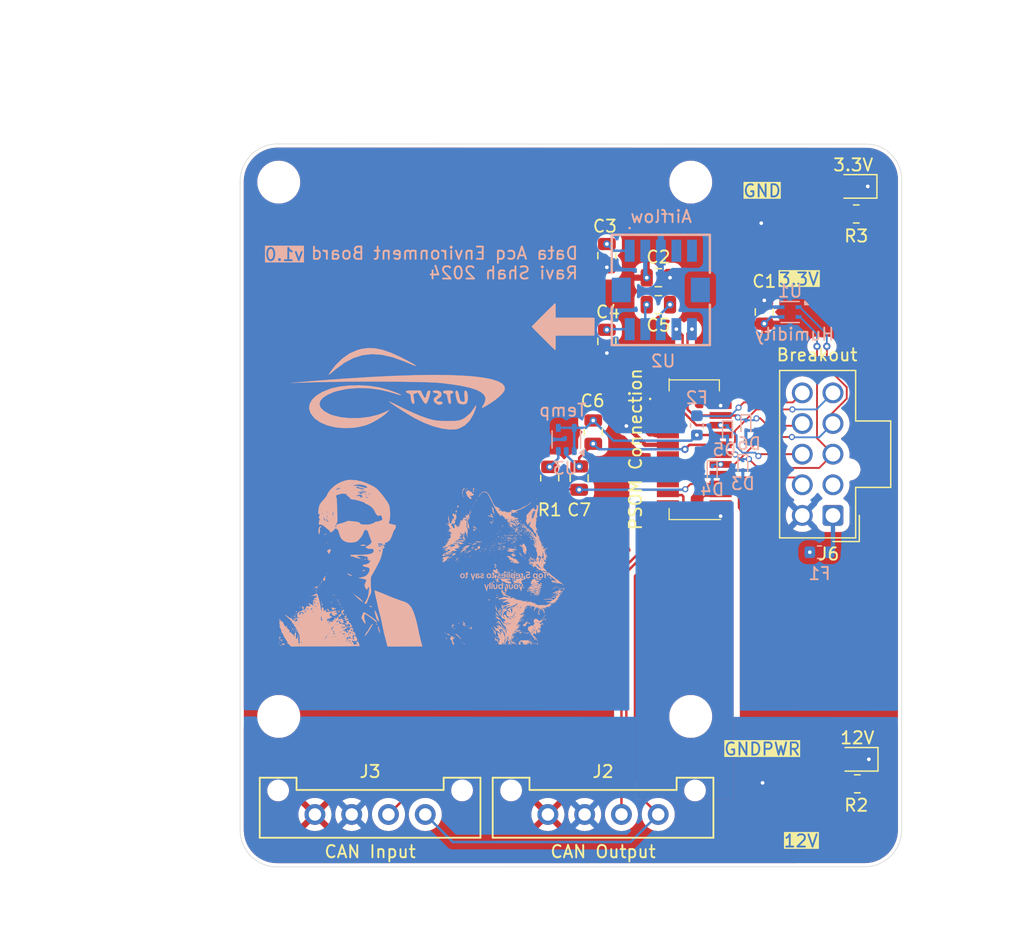
<source format=kicad_pcb>
(kicad_pcb (version 20240108) (generator "pcbnew") (generator_version "8.0")
  (layers (0 "F.Cu" signal) (31 "B.Cu" signal) (34 "B.Paste" user) (35 "F.Paste" user) (36 "B.SilkS" user "B.Silkscreen") (37 "F.SilkS" user "F.Silkscreen") (38 "B.Mask" user) (39 "F.Mask" user) (44 "Edge.Cuts" user))
  (net 0 "")
  (net 1 "+3.3V")
  (net 2 "/I2C1_SCL")
  (net 3 "/I2C1_SDA")
  (net 4 "GND")
  (net 5 "/I2C2_SCL")
  (net 6 "/I2C2_SDA")
  (net 7 "VDDA")
  (net 8 "GNDA")
  (net 9 "/CAN_H")
  (net 13 "GNDPWR")
  (net 18 "/PA1(ADC)")
  (net 21 "/CAN_L")
  (net 22 "+12V_In")
  (net 23 "Net-(D1-A)")
  (net 24 "Net-(D2-A)")
  (net 25 "/3.3-out")
  (net 26 "/VDDA-out")
  (net 27 "/AFLW_VREG")
  (net 28 "/AFLW_VCM")
  (net 29 "/AFLW_TP2")
  (net 30 "/AFLW_TP1")
  (net 32 "/TEMP_OUT")
  (footprint "Resistor_SMD:R_0805_2012Metric" (layer "F.Cu") (at 168 98.55 -90)
    (property "Reference" "R1" (at 2.6 0 0) (layer "F.SilkS"))
    (property "Value" "1k")
    (pad "1" smd roundrect (at -0.9125 0 270) (size 1.025 1.4) (layers "F.Cu" "F.Paste" "F.Mask") (roundrect_rratio 0.243902) (net 32 "/TEMP_OUT"))
    (pad "2" smd roundrect (at 0.9125 0 270) (size 1.025 1.4) (layers "F.Cu" "F.Paste" "F.Mask") (roundrect_rratio 0.243902) (net 18 "/PA1(ADC)"))
  )
  (footprint "Resistor_SMD:R_0805_2012Metric" (layer "F.Cu") (at 193.0875 123.5 180)
    (property "Reference" "R2" (at 0.0875 -1.75 0) (layer "F.SilkS") (effects (font (thickness 0.153))))
    (property "Value" "22.1k")
    (pad "1" smd roundrect (at -0.9125 0 180) (size 1.025 1.4) (layers "F.Cu" "F.Paste" "F.Mask") (roundrect_rratio 0.243902) (net 22 "+12V_In"))
    (pad "2" smd roundrect (at 0.9125 0 180) (size 1.025 1.4) (layers "F.Cu" "F.Paste" "F.Mask") (roundrect_rratio 0.243902) (net 23 "Net-(D1-A)"))
  )
  (footprint "UTSVT_Special:PeripheralSOM" (layer "F.Cu") (at 161.46226 93.01226)
    (property "Reference" "U4" (hide yes))
    (property "Value" "Daughterboard Connector" (hide yes))
    (pad "" np_thru_hole circle (at -15.56226 -18.61226) (size 3 3) (drill 3) (layers "*.Cu" "*.Mask"))
    (pad "" np_thru_hole circle (at -15.56226 24.98774) (size 3 3) (drill 3) (layers "*.Cu" "*.Mask"))
    (pad "" np_thru_hole circle (at 18.03774 -18.61226) (size 3 3) (drill 3) (layers "*.Cu" "*.Mask"))
    (pad "" np_thru_hole circle (at 18.03774 24.98774) (size 3 3) (drill 3) (layers "*.Cu" "*.Mask"))
    (pad "1" smd rect (at 16.175 -1.175 90) (size 0.55 1.8) (layers "F.Cu" "F.Paste" "F.Mask"))
    (pad "2" smd rect (at 20.475 -1.175 90) (size 0.55 1.8) (layers "F.Cu" "F.Paste" "F.Mask") (net 1 "+3.3V"))
    (pad "3" smd rect (at 16.175 -0.375 90) (size 0.55 1.8) (layers "F.Cu" "F.Paste" "F.Mask"))
    (pad "4" smd rect (at 20.475 -0.375 90) (size 0.55 1.8) (layers "F.Cu" "F.Paste" "F.Mask") (net 4 "GND"))
    (pad "5" smd rect (at 16.175 0.425 90) (size 0.55 1.8) (layers "F.Cu" "F.Paste" "F.Mask"))
    (pad "6" smd rect (at 20.475 0.425 90) (size 0.55 1.8) (layers "F.Cu" "F.Paste" "F.Mask") (net 6 "/I2C2_SDA"))
    (pad "7" smd rect (at 16.175 1.225 90) (size 0.55 1.8) (layers "F.Cu" "F.Paste" "F.Mask"))
    (pad "8" smd rect (at 20.475 1.225 90) (size 0.55 1.8) (layers "F.Cu" "F.Paste" "F.Mask") (net 5 "/I2C2_SCL"))
    (pad "9" smd rect (at 16.175 2.025 90) (size 0.55 1.8) (layers "F.Cu" "F.Paste" "F.Mask") (net 1 "+3.3V"))
    (pad "10" smd rect (at 20.475 2.025 90) (size 0.55 1.8) (layers "F.Cu" "F.Paste" "F.Mask") (net 7 "VDDA"))
    (pad "11" smd rect (at 16.175 2.825 90) (size 0.55 1.8) (layers "F.Cu" "F.Paste" "F.Mask") (net 4 "GND"))
    (pad "12" smd rect (at 20.475 2.825 90) (size 0.55 1.8) (layers "F.Cu" "F.Paste" "F.Mask") (net 8 "GNDA"))
    (pad "13" smd rect (at 16.175 3.625 90) (size 0.55 1.8) (layers "F.Cu" "F.Paste" "F.Mask"))
    (pad "14" smd rect (at 20.475 3.625 90) (size 0.55 1.8) (layers "F.Cu" "F.Paste" "F.Mask") (net 2 "/I2C1_SCL"))
    (pad "15" smd rect (at 16.175 4.425 90) (size 0.55 1.8) (layers "F.Cu" "F.Paste" "F.Mask"))
    (pad "16" smd rect (at 20.475 4.425 90) (size 0.55 1.8) (layers "F.Cu" "F.Paste" "F.Mask") (net 3 "/I2C1_SDA"))
    (pad "17" smd rect (at 16.175 5.225 90) (size 0.55 1.8) (layers "F.Cu" "F.Paste" "F.Mask"))
    (pad "18" smd rect (at 20.475 5.225 90) (size 0.55 1.8) (layers "F.Cu" "F.Paste" "F.Mask"))
    (pad "19" smd rect (at 16.175 6.025 90) (size 0.55 1.8) (layers "F.Cu" "F.Paste" "F.Mask"))
    (pad "20" smd rect (at 20.475 6.025 90) (size 0.55 1.8) (layers "F.Cu" "F.Paste" "F.Mask") (net 18 "/PA1(ADC)"))
    (pad "21" smd rect (at 16.175 6.825 90) (size 0.55 1.8) (layers "F.Cu" "F.Paste" "F.Mask") (net 21 "/CAN_L"))
    (pad "22" smd rect (at 20.475 6.825 90) (size 0.55 1.8) (layers "F.Cu" "F.Paste" "F.Mask") (net 22 "+12V_In"))
    (pad "23" smd rect (at 16.175 7.625 90) (size 0.55 1.8) (layers "F.Cu" "F.Paste" "F.Mask") (net 9 "/CAN_H"))
    (pad "24" smd rect (at 20.475 7.625 90) (size 0.55 1.8) (layers "F.Cu" "F.Paste" "F.Mask") (net 13 "GNDPWR"))
  )
  (footprint "Capacitor_SMD:C_0805_2012Metric" (layer "F.Cu") (at 170.4 98.55 90)
    (property "Reference" "C7" (at -2.6 0 0) (layer "F.SilkS"))
    (property "Value" "1uF")
    (pad "1" smd roundrect (at -0.95 0 90) (size 1 1.45) (layers "F.Cu" "F.Paste" "F.Mask") (net 18 "/PA1(ADC)"))
    (pad "2" smd roundrect (at 0.95 0 90) (size 1 1.45) (layers "F.Cu" "F.Paste" "F.Mask") (net 8 "GNDA"))
  )
  (footprint "Capacitor_SMD:C_0805_2012Metric" (layer "F.Cu") (at 172.66 87.4 -90)
    (property "Reference" "C4" (at -2.4 -0.09 180) (layer "F.SilkS"))
    (property "Value" "1uF")
    (pad "1" smd roundrect (at -0.95 0 270) (size 1 1.45) (layers "F.Cu" "F.Paste" "F.Mask") (net 28 "/AFLW_VCM"))
    (pad "2" smd roundrect (at 0.95 0 270) (size 1 1.45) (layers "F.Cu" "F.Paste" "F.Mask") (net 4 "GND"))
  )
  (footprint "Capacitor_SMD:C_0805_2012Metric" (layer "F.Cu") (at 176.86 82.2)
    (property "Reference" "C2" (at 0 -1.68 0) (layer "F.SilkS"))
    (property "Value" "0.1uF")
    (pad "1" smd roundrect (at -0.95 0) (size 1 1.45) (layers "F.Cu" "F.Paste" "F.Mask") (net 1 "+3.3V"))
    (pad "2" smd roundrect (at 0.95 0) (size 1 1.45) (layers "F.Cu" "F.Paste" "F.Mask") (net 4 "GND"))
  )
  (footprint "Connector_Molex:Molex_Nano-Fit_105310-xx10_2x05_P2.50mm_Vertical" (layer "F.Cu") (at 191.1 101.6 180)
    (property "Reference" "J6" (at 0.35 -3.15 0) (layer "F.SilkS") (effects (font (thickness 0.153))))
    (property "Value" "Breakout Connector")
    (pad "" np_thru_hole circle (at -1.34 3.75 180) (size 1.3 1.3) (drill 1.3) (layers "*.Cu" "*.Mask"))
    (pad "1" thru_hole roundrect (at 0 0 180) (size 1.7 1.7) (drill 1.2) (layers "*.Cu" "*.Mask") (roundrect_rratio 0.147059) (net 25 "/3.3-out"))
    (pad "2" thru_hole circle (at 0 2.5 180) (size 1.7 1.7) (drill 1.2) (layers "*.Cu" "*.Mask"))
    (pad "3" thru_hole circle (at 0 5 180) (size 1.7 1.7) (drill 1.2) (layers "*.Cu" "*.Mask") (net 2 "/I2C1_SCL"))
    (pad "4" thru_hole circle (at 0 7.5 180) (size 1.7 1.7) (drill 1.2) (layers "*.Cu" "*.Mask") (net 3 "/I2C1_SDA"))
    (pad "5" thru_hole circle (at 0 10 180) (size 1.7 1.7) (drill 1.2) (layers "*.Cu" "*.Mask") (net 8 "GNDA"))
    (pad "6" thru_hole circle (at 2.5 0 180) (size 1.7 1.7) (drill 1.2) (layers "*.Cu" "*.Mask") (net 4 "GND"))
    (pad "7" thru_hole circle (at 2.5 2.5 180) (size 1.7 1.7) (drill 1.2) (layers "*.Cu" "*.Mask") (net 18 "/PA1(ADC)"))
    (pad "8" thru_hole circle (at 2.5 5 180) (size 1.7 1.7) (drill 1.2) (layers "*.Cu" "*.Mask") (net 5 "/I2C2_SCL"))
    (pad "9" thru_hole circle (at 2.5 7.5 180) (size 1.7 1.7) (drill 1.2) (layers "*.Cu" "*.Mask") (net 6 "/I2C2_SDA"))
    (pad "10" thru_hole circle (at 2.5 10 180) (size 1.7 1.7) (drill 1.2) (layers "*.Cu" "*.Mask") (net 26 "/VDDA-out"))
  )
  (footprint "LED_SMD:LED_0805_2012Metric" (layer "F.Cu") (at 193 74.75 180)
    (property "Reference" "D2")
    (property "Value" "3.3V" (at 0.25 1.75 0) (layer "F.SilkS") (effects (font (thickness 0.153))))
    (pad "1" smd roundrect (at -0.9375 0 180) (size 0.975 1.4) (layers "F.Cu" "F.Paste" "F.Mask") (net 4 "GND"))
    (pad "2" smd roundrect (at 0.9375 0 180) (size 0.975 1.4) (layers "F.Cu" "F.Paste" "F.Mask") (net 24 "Net-(D2-A)"))
  )
  (footprint "UTSVT_Special:TestPoint_HEX_3mmID" (layer "F.Cu") (at 185.36 123.42 -90)
    (property "Reference" "TP2")
    (property "Value" "TestPoint")
    (pad "1" connect custom (at 0 0 270) (size 3 3) (layers "F.Cu" "F.Mask") (net 13 "GNDPWR") (options (clearance outline) (anchor circle)) (primitives (gr_poly (pts (xy 0 -1.732051) (xy 1.5 -0.866025) (xy 1.5 0.866025) (xy 0 1.732051) (xy -1.5 0.866025) (xy -1.5 -0.866025)) (width 0) (fill yes))))
  )
  (footprint "Capacitor_SMD:C_0805_2012Metric" (layer "F.Cu") (at 171.55 94.8 -90)
    (property "Reference" "C6" (at -2.55 0.05 180) (layer "F.SilkS"))
    (property "Value" "0.1uF")
    (pad "1" smd roundrect (at -0.95 0 270) (size 1 1.45) (layers "F.Cu" "F.Paste" "F.Mask") (net 7 "VDDA"))
    (pad "2" smd roundrect (at 0.95 0 270) (size 1 1.45) (layers "F.Cu" "F.Paste" "F.Mask") (net 8 "GNDA"))
  )
  (footprint "Capacitor_SMD:C_0805_2012Metric" (layer "F.Cu") (at 185.5 85 90)
    (property "Reference" "C1" (at 2.5 0 180) (layer "F.SilkS"))
    (property "Value" "0.1uF")
    (pad "1" smd roundrect (at -0.95 0 90) (size 1 1.45) (layers "F.Cu" "F.Paste" "F.Mask") (net 1 "+3.3V"))
    (pad "2" smd roundrect (at 0.95 0 90) (size 1 1.45) (layers "F.Cu" "F.Paste" "F.Mask") (net 4 "GND"))
  )
  (footprint "Resistor_SMD:R_0805_2012Metric" (layer "F.Cu") (at 193 77 180)
    (property "Reference" "R3" (at 0 -1.8 0) (layer "F.SilkS") (effects (font (thickness 0.153))))
    (property "Value" "2.2k")
    (pad "1" smd roundrect (at -0.9125 0 180) (size 1.025 1.4) (layers "F.Cu" "F.Paste" "F.Mask") (roundrect_rratio 0.243902) (net 1 "+3.3V"))
    (pad "2" smd roundrect (at 0.9125 0 180) (size 1.025 1.4) (layers "F.Cu" "F.Paste" "F.Mask") (roundrect_rratio 0.243902) (net 24 "Net-(D2-A)"))
  )
  (footprint "Capacitor_SMD:C_0805_2012Metric" (layer "F.Cu") (at 176.86 84.4 180)
    (property "Reference" "C5" (at 0 -1.68 0) (layer "F.SilkS"))
    (property "Value" "0.1uF")
    (pad "1" smd roundrect (at -0.95 0 180) (size 1 1.45) (layers "F.Cu" "F.Paste" "F.Mask") (net 30 "/AFLW_TP1"))
    (pad "2" smd roundrect (at 0.95 0 180) (size 1 1.45) (layers "F.Cu" "F.Paste" "F.Mask") (net 29 "/AFLW_TP2"))
  )
  (footprint "UTSVT_Special:TestPoint_HEX_3mmID" (layer "F.Cu") (at 185.25 77.75 -90)
    (property "Reference" "TP5")
    (property "Value" "TestPoint")
    (pad "1" connect custom (at 0 0 270) (size 3 3) (layers "F.Cu" "F.Mask") (net 4 "GND") (options (clearance outline) (anchor circle)) (primitives (gr_poly (pts (xy 0 -1.732051) (xy 1.5 -0.866025) (xy 1.5 0.866025) (xy 0 1.732051) (xy -1.5 0.866025) (xy -1.5 -0.866025)) (width 0) (fill yes))))
  )
  (footprint "UTSVT_Connectors:Molex_MicroFit3.0_1x4xP3.00mm_PolarizingPeg_Vertical" (layer "F.Cu") (at 167.85 126)
    (property "Reference" "J2" (at 4.5 -3.5 0) (layer "F.SilkS") (effects (font (thickness 0.153))))
    (property "Value" "CAN Output" (at 4.5 3.04 0) (layer "F.SilkS") (effects (font (thickness 0.153))))
    (pad "" np_thru_hole circle (at -3 -1.96) (size 1.27 1.27) (drill 1.27) (layers "*.Cu" "*.Mask"))
    (pad "" np_thru_hole circle (at 12 -1.96) (size 1.27 1.27) (drill 1.27) (layers "*.Cu" "*.Mask"))
    (pad "1" thru_hole circle (at 0 0) (size 1.7 1.7) (drill 1.02) (layers "*.Cu" "*.Mask") (net 22 "+12V_In"))
    (pad "2" thru_hole circle (at 3 0) (size 1.7 1.7) (drill 1.02) (layers "*.Cu" "*.Mask") (net 13 "GNDPWR"))
    (pad "3" thru_hole circle (at 6 0) (size 1.7 1.7) (drill 1.02) (layers "*.Cu" "*.Mask") (net 9 "/CAN_H"))
    (pad "4" thru_hole circle (at 9 0) (size 1.7 1.7) (drill 1.02) (layers "*.Cu" "*.Mask") (net 21 "/CAN_L"))
  )
  (footprint "UTSVT_Special:TestPoint_HEX_3mmID" (layer "F.Cu") (at 188.5 125.25 90)
    (property "Reference" "TP1")
    (property "Value" "TestPoint")
    (pad "1" connect custom (at 0 0 90) (size 3 3) (layers "F.Cu" "F.Mask") (net 22 "+12V_In") (options (clearance outline) (anchor circle)) (primitives (gr_poly (pts (xy 0 -1.732051) (xy 1.5 -0.866025) (xy 1.5 0.866025) (xy 0 1.732051) (xy -1.5 0.866025) (xy -1.5 -0.866025)) (width 0) (fill yes))))
  )
  (footprint "Capacitor_SMD:C_0805_2012Metric" (layer "F.Cu") (at 172.66 80.4 -90)
    (property "Reference" "C3" (at -2.4 0.16 180) (layer "F.SilkS"))
    (property "Value" "0.1uF")
    (pad "1" smd roundrect (at -0.95 0 270) (size 1 1.45) (layers "F.Cu" "F.Paste" "F.Mask") (net 27 "/AFLW_VREG"))
    (pad "2" smd roundrect (at 0.95 0 270) (size 1 1.45) (layers "F.Cu" "F.Paste" "F.Mask") (net 4 "GND"))
  )
  (footprint "UTSVT_Connectors:Molex_MicroFit3.0_1x4xP3.00mm_PolarizingPeg_Vertical" (layer "F.Cu") (at 148.85 126)
    (property "Reference" "J3" (at 4.5 -3.5 0) (layer "F.SilkS") (effects (font (thickness 0.153))))
    (property "Value" "CAN Input" (at 4.5 3.04 0) (layer "F.SilkS") (effects (font (thickness 0.153))))
    (pad "" np_thru_hole circle (at -3 -1.96) (size 1.27 1.27) (drill 1.27) (layers "*.Cu" "*.Mask"))
    (pad "" np_thru_hole circle (at 12 -1.96) (size 1.27 1.27) (drill 1.27) (layers "*.Cu" "*.Mask"))
    (pad "1" thru_hole circle (at 0 0) (size 1.7 1.7) (drill 1.02) (layers "*.Cu" "*.Mask") (net 22 "+12V_In"))
    (pad "2" thru_hole circle (at 3 0) (size 1.7 1.7) (drill 1.02) (layers "*.Cu" "*.Mask") (net 13 "GNDPWR"))
    (pad "3" thru_hole circle (at 6 0) (size 1.7 1.7) (drill 1.02) (layers "*.Cu" "*.Mask") (net 9 "/CAN_H"))
    (pad "4" thru_hole circle (at 9 0) (size 1.7 1.7) (drill 1.02) (layers "*.Cu" "*.Mask") (net 21 "/CAN_L"))
  )
  (footprint "LED_SMD:LED_0805_2012Metric" (layer "F.Cu") (at 193.0875 121.5 180)
    (property "Reference" "D1")
    (property "Value" "12V" (at 0 1.75 0) (layer "F.SilkS") (effects (font (thickness 0.153))))
    (pad "1" smd roundrect (at -0.9375 0 180) (size 0.975 1.4) (layers "F.Cu" "F.Paste" "F.Mask") (net 13 "GNDPWR"))
    (pad "2" smd roundrect (at 0.9375 0 180) (size 0.975 1.4) (layers "F.Cu" "F.Paste" "F.Mask") (net 23 "Net-(D1-A)"))
  )
  (footprint "UTSVT_Special:TestPoint_HEX_3mmID" (layer "F.Cu") (at 188.4 79.6 90)
    (property "Reference" "TP4")
    (property "Value" "TestPoint")
    (pad "1" connect custom (at 0 0 90) (size 3 3) (layers "F.Cu" "F.Mask") (net 1 "+3.3V") (options (clearance outline) (anchor circle)) (primitives (gr_poly (pts (xy 0 -1.732051) (xy 1.5 -0.866025) (xy 1.5 0.866025) (xy 0 1.732051) (xy -1.5 0.866025) (xy -1.5 -0.866025)) (width 0) (fill yes))))
  )
  (footprint "UTSVT_Special:Hallock_Image_Tiny" (layer "B.Cu") (at 152.25 105.319857 180)
    (property "Reference" "LOGO2" (hide yes))
    (property "Value" "Dr. Hallock" (hide yes))
  )
  (footprint "SamacSys_Parts:FS30001005" (layer "B.Cu") (at 177.06 83.2 -90)
    (property "Reference" "U2" (at 5.8 -0.19 180) (layer "B.SilkS") (effects (font (thickness 0.153)) (justify mirror)))
    (property "Value" "FS3000-1005" (hide yes))
    (pad "1" smd rect (at -3.2 2.54 180) (size 0.8 1.8) (layers "B.Cu" "B.Paste" "B.Mask") (net 27 "/AFLW_VREG"))
    (pad "2" smd rect (at -3.2 1.27 180) (size 0.8 1.8) (layers "B.Cu" "B.Paste" "B.Mask") (net 1 "+3.3V"))
    (pad "3" smd rect (at -3.05 0 180) (size 0.8 2.1) (layers "B.Cu" "B.Paste" "B.Mask") (net 4 "GND"))
    (pad "4" smd rect (at -3.2 -1.27 180) (size 0.8 1.8) (layers "B.Cu" "B.Paste" "B.Mask"))
    (pad "5" smd rect (at -3.2 -2.54 180) (size 0.8 1.8) (layers "B.Cu" "B.Paste" "B.Mask"))
    (pad "6" smd rect (at 3.2 -2.54 180) (size 0.8 1.8) (layers "B.Cu" "B.Paste" "B.Mask") (net 6 "/I2C2_SDA"))
    (pad "7" smd rect (at 3.2 -1.27 180) (size 0.8 1.8) (layers "B.Cu" "B.Paste" "B.Mask") (net 5 "/I2C2_SCL"))
    (pad "8" smd rect (at 3.2 0 180) (size 0.8 1.8) (layers "B.Cu" "B.Paste" "B.Mask") (net 30 "/AFLW_TP1"))
    (pad "9" smd rect (at 3.2 1.27 180) (size 0.8 1.8) (layers "B.Cu" "B.Paste" "B.Mask") (net 29 "/AFLW_TP2"))
    (pad "10" smd rect (at 3.2 2.54 180) (size 0.8 1.8) (layers "B.Cu" "B.Paste" "B.Mask") (net 28 "/AFLW_VCM"))
    (pad "MP1" smd rect (at 0 3.225 180) (size 1.55 2) (layers "B.Cu" "B.Paste" "B.Mask"))
    (pad "MP2" smd rect (at 0 -3.225 180) (size 1.55 2) (layers "B.Cu" "B.Paste" "B.Mask"))
  )
  (footprint "images:wolf" (layer "B.Cu") (at 164.25 105.75 180)
    (property "Reference" "LOGO4")
    (property "Value" "Wolf" (hide yes))
  )
  (footprint "UTSVT_Special:UTSVT_Logo_Symbol" (layer "B.Cu") (at 155.9 91.4 180)
    (property "Reference" "LOGO3" (hide yes))
    (property "Value" "UTSVT Logo" (hide yes))
  )
  (footprint "images:arrow" (layer "B.Cu") (at 169.1 86.2 90)
    (property "Reference" "LOGO1")
    (property "Value" "Arrow" (hide yes))
  )
  (footprint "Diode_SMD:D_SOD-923" (layer "B.Cu") (at 181.25 98 -90)
    (property "Reference" "D4" (at 1.5 0 180) (layer "B.SilkS") (effects (font (thickness 0.153)) (justify mirror)))
    (property "Value" "ESD9B")
    (pad "1" smd roundrect (at -0.42 0 90) (size 0.36 0.25) (layers "B.Cu" "B.Paste" "B.Mask") (net 3 "/I2C1_SDA"))
    (pad "2" smd roundrect (at 0.42 0 90) (size 0.36 0.25) (layers "B.Cu" "B.Paste" "B.Mask") (net 4 "GND"))
  )
  (footprint "Fuse:Fuse_0603_1608Metric" (layer "B.Cu") (at 180 94.25 -90)
    (property "Reference" "F2" (at -2.25 0 180) (layer "B.SilkS") (effects (font (thickness 0.153)) (justify mirror)))
    (property "Value" "250mA")
    (pad "1" smd roundrect (at -0.7875 0 270) (size 0.875 0.95) (layers "B.Cu" "B.Paste" "B.Mask") (net 26 "/VDDA-out"))
    (pad "2" smd roundrect (at 0.7875 0 270) (size 0.875 0.95) (layers "B.Cu" "B.Paste" "B.Mask") (net 7 "VDDA"))
  )
  (footprint "Diode_SMD:D_SOD-923" (layer "B.Cu") (at 182.5 94.75 -90)
    (property "Reference" "D5" (at 1.5 0.25 180) (layer "B.SilkS") (effects (font (thickness 0.153)) (justify mirror)))
    (property "Value" "ESD9B")
    (pad "1" smd roundrect (at -0.42 0 90) (size 0.36 0.25) (layers "B.Cu" "B.Paste" "B.Mask") (net 5 "/I2C2_SCL"))
    (pad "2" smd roundrect (at 0.42 0 90) (size 0.36 0.25) (layers "B.Cu" "B.Paste" "B.Mask") (net 4 "GND"))
  )
  (footprint "Fuse:Fuse_0603_1608Metric" (layer "B.Cu") (at 190 104.6)
    (property "Reference" "F1" (at 0 1.75 0) (layer "B.SilkS") (effects (font (thickness 0.153)) (justify mirror)))
    (property "Value" "250mA")
    (pad "1" smd roundrect (at -0.7875 0) (size 0.875 0.95) (layers "B.Cu" "B.Paste" "B.Mask") (net 1 "+3.3V"))
    (pad "2" smd roundrect (at 0.7875 0) (size 0.875 0.95) (layers "B.Cu" "B.Paste" "B.Mask") (net 25 "/3.3-out"))
  )
  (footprint "Sensor_Humidity:Sensirion_DFN-4_1.5x1.5mm_P0.8mm_SHT4x_NoCentralPad" (layer "B.Cu") (at 187.6 85 180)
    (property "Reference" "U1" (at 0 1.7 0) (layer "B.SilkS") (effects (justify mirror)))
    (property "Value" "SHT45")
    (pad "1" smd rect (at -0.7 0.4 180) (size 0.5 0.3) (layers "B.Cu" "B.Paste" "B.Mask") (net 3 "/I2C1_SDA"))
    (pad "2" smd rect (at -0.7 -0.4 180) (size 0.5 0.3) (layers "B.Cu" "B.Paste" "B.Mask") (net 2 "/I2C1_SCL"))
    (pad "3" smd rect (at 0.7 -0.4 180) (size 0.5 0.3) (layers "B.Cu" "B.Paste" "B.Mask") (net 1 "+3.3V"))
    (pad "4" smd rect (at 0.7 0.4 180) (size 0.5 0.3) (layers "B.Cu" "B.Paste" "B.Mask") (net 4 "GND"))
    (zone (net 0) (net_name "") (layer "B.Cu") (connect_pads (clearance 0)) (min_thickness 0.254)
      (keepout (tracks not_allowed) (vias not_allowed) (pads allowed) (copperpour not_allowed) (footprints allowed))
      (fill (thermal_gap 0.508) (thermal_bridge_width 0.508))
      (polygon (pts (xy 186.85 84.45) (xy 187.15 84.45) (xy 187.15 84.75) (xy 186.85 84.75) (xy 186.85 85.25) (xy 187.15 85.25) (xy 187.15 85.55) (xy 186.85 85.55) (xy 186.85 85.75) (xy 188.35 85.75) (xy 188.35 85.55) (xy 188.05 85.55) (xy 188.05 85.25) (xy 188.35 85.25) (xy 188.35 84.75) (xy 188.05 84.75) (xy 188.05 84.45) (xy 188.35 84.45) (xy 188.35 84.25) (xy 186.85 84.25)))
    )
  )
  (footprint "Package_TO_SOT_SMD:SOT-353_SC-70-5" (layer "B.Cu") (at 169.35 95.4 90)
    (property "Reference" "U3" (at -2.35 -0.1 0) (layer "B.SilkS") (effects (justify mirror)))
    (property "Value" "LMT87DCK")
    (pad "1" smd roundrect (at -0.95 0.65 90) (size 0.65 0.4) (layers "B.Cu" "B.Paste" "B.Mask") (net 7 "VDDA"))
    (pad "2" smd roundrect (at -0.95 0 90) (size 0.65 0.4) (layers "B.Cu" "B.Paste" "B.Mask") (net 8 "GNDA"))
    (pad "3" smd roundrect (at -0.95 -0.65 90) (size 0.65 0.4) (layers "B.Cu" "B.Paste" "B.Mask") (net 32 "/TEMP_OUT"))
    (pad "4" smd roundrect (at 0.95 -0.65 90) (size 0.65 0.4) (layers "B.Cu" "B.Paste" "B.Mask") (net 7 "VDDA"))
    (pad "5" smd roundrect (at 0.95 0.65 90) (size 0.65 0.4) (layers "B.Cu" "B.Paste" "B.Mask") (net 7 "VDDA"))
  )
  (footprint "Diode_SMD:D_SOD-923" (layer "B.Cu") (at 184 94.25 -90)
    (property "Reference" "D6" (at 1.5 -0.25 180) (layer "B.SilkS") (effects (font (thickness 0.153)) (justify mirror)))
    (property "Value" "ESD9B")
    (pad "1" smd roundrect (at -0.42 0 90) (size 0.36 0.25) (layers "B.Cu" "B.Paste" "B.Mask") (net 6 "/I2C2_SDA"))
    (pad "2" smd roundrect (at 0.42 0 90) (size 0.36 0.25) (layers "B.Cu" "B.Paste" "B.Mask") (net 4 "GND"))
  )
  (footprint "Diode_SMD:D_SOD-923" (layer "B.Cu") (at 183.75 97.5 -90)
    (property "Reference" "D3" (at 1.5 0 180) (layer "B.SilkS") (effects (justify mirror)))
    (property "Value" "ESD9B")
    (pad "1" smd roundrect (at -0.42 0 90) (size 0.36 0.25) (layers "B.Cu" "B.Paste" "B.Mask") (net 2 "/I2C1_SCL"))
    (pad "2" smd roundrect (at 0.42 0 90) (size 0.36 0.25) (layers "B.Cu" "B.Paste" "B.Mask") (net 4 "GND"))
  )
  (gr_arc (start 145.75 130.275) (mid 143.62868 129.39632) (end 142.75 127.275) (stroke (width 0.05)) (layer "Edge.Cuts"))
  (gr_line (start 142.75 127.275) (end 142.75 74.225) (stroke (width 0.05)) (layer "Edge.Cuts"))
  (gr_line (start 193.67868 130.27132) (end 145.75 130.275) (stroke (width 0.05)) (layer "Edge.Cuts"))
  (gr_arc (start 196.7 127.25) (mid 195.815076 129.386396) (end 193.67868 130.27132) (stroke (width 0.05)) (layer "Edge.Cuts"))
  (gr_line (start 196.7 74.25) (end 196.7 127.25) (stroke (width 0.05)) (layer "Edge.Cuts"))
  (gr_arc (start 142.750001 74.225) (mid 143.710868 72.115566) (end 145.87424 71.283223) (stroke (width 0.05)) (layer "Edge.Cuts"))
  (gr_line (start 145.87424 71.283223) (end 193.700068 71.301644) (stroke (width 0.05)) (layer "Edge.Cuts"))
  (gr_arc (start 193.700068 71.301644) (mid 195.839267 72.125407) (end 196.699999 74.25) (stroke (width 0.05)) (layer "Edge.Cuts"))
  (gr_text "Data Acq Environment Board\nRavi Shah 2024" (at 170.4 82.4 0) (layer "B.SilkS") (effects (font (size 1 1) (thickness 0.153)) (justify left bottom mirror)))
  (gr_text "Airflow" (at 179.689501 77.8 0) (layer "B.SilkS") (effects (font (size 1 1) (thickness 0.153)) (justify left bottom mirror)))
  (gr_text "Temp" (at 171.1 93.6 0) (layer "B.SilkS") (effects (font (size 1 1) (thickness 0.153)) (justify left bottom mirror)))
  (gr_text "v1.0" (at 148.014546 80.901167 0) (layer "B.SilkS" knockout) (effects (font (size 1 1) (thickness 0.153)) (justify left bottom mirror)))
  (gr_text "Humidity" (at 191.3 87.4 0) (layer "B.SilkS") (effects (font (size 1 1) (thickness 0.153)) (justify left bottom mirror)))
  (gr_text "12V" (at 187 128.75 0) (layer "F.SilkS" knockout) (effects (font (size 1 1) (thickness 0.153)) (justify left bottom)))
  (gr_text "3.3V" (at 186.6 82.9 0) (layer "F.SilkS" knockout) (effects (font (size 1 1) (thickness 0.153)) (justify left bottom)))
  (gr_text "PSOM Connection" (at 175 96.2 90) (layer "F.SilkS") (effects (font (size 1 1) (thickness 0.153))))
  (gr_text "GND" (at 183.7 75.7 0) (layer "F.SilkS" knockout) (effects (font (size 1 1) (thickness 0.153)) (justify left bottom)))
  (gr_text "Breakout" (at 189.8 88.5 0) (layer "F.SilkS") (effects (font (size 1 1) (thickness 0.153))))
  (gr_text "GNDPWR" (at 182.135262 121.25 0) (layer "F.SilkS" knockout) (effects (font (size 1 1) (thickness 0.153)) (justify left bottom)))
  (segment (start 177.63726 95.03726) (end 176.58726 95.03726) (width 0.35) (layer "F.Cu") (net 1))
  (segment (start 176.58726 95.03726) (end 175.8 94.25) (width 0.35) (layer "F.Cu") (net 1))
  (via (at 175.91 82.2) (size 0.6) (drill 0.3) (layers "F.Cu" "B.Cu") (net 1))
  (via (at 189.2125 104.6) (size 0.6) (drill 0.3) (layers "F.Cu" "B.Cu") (net 1))
  (via (at 185.5 85.95) (size 0.6) (drill 0.3) (layers "F.Cu" "B.Cu") (net 1))
  (segment (start 175.79 80) (end 175.79 82.08) (width 0.35) (layer "B.Cu") (net 1))
  (segment (start 175.79 82.08) (end 175.91 82.2) (width 0.35) (layer "B.Cu") (net 1))
  (segment (start 186.05 85.4) (end 185.5 85.95) (width 0.2) (layer "B.Cu") (net 1))
  (segment (start 186.9 85.4) (end 186.05 85.4) (width 0.2) (layer "B.Cu") (net 1))
  (segment (start 189.8 95.3) (end 189.8 87.8) (width 0.15) (layer "F.Cu") (net 2))
  (segment (start 181.93726 96.63726) (end 183.127813 96.63726) (width 0.15) (layer "F.Cu") (net 2))
  (segment (start 191.1 96.6) (end 189.8 95.3) (width 0.15) (layer "F.Cu") (net 2))
  (segment (start 184.975 97.725) (end 189.975 97.725) (width 0.15) (layer "F.Cu") (net 2))
  (segment (start 184.25 97) (end 184.975 97.725) (width 0.15) (layer "F.Cu") (net 2))
  (segment (start 183.127813 96.63726) (end 183.136305 96.628768) (width 0.15) (layer "F.Cu") (net 2))
  (segment (start 189.975 97.725) (end 191.1 96.6) (width 0.15) (layer "F.Cu") (net 2))
  (via (at 189.8 87.8) (size 0.6) (drill 0.3) (layers "F.Cu" "B.Cu") (net 2))
  (via (at 184.25 97) (size 0.5) (drill 0.3) (layers "F.Cu" "B.Cu") (net 2))
  (via (at 183.136305 96.628768) (size 0.5) (drill 0.3) (layers "F.Cu" "B.Cu") (net 2))
  (segment (start 183.587537 97.08) (end 183.75 97.08) (width 0.15) (layer "B.Cu") (net 2))
  (segment (start 188.4 85.4) (end 188.3 85.4) (width 0.15) (layer "B.Cu") (net 2))
  (segment (start 189.8 87.8) (end 189.8 86.8) (width 0.15) (layer "B.Cu") (net 2))
  (segment (start 189.8 86.8) (end 188.4 85.4) (width 0.15) (layer "B.Cu") (net 2))
  (segment (start 183.136305 96.628768) (end 183.587537 97.08) (width 0.15) (layer "B.Cu") (net 2))
  (segment (start 183.83 97) (end 183.75 97.08) (width 0.15) (layer "B.Cu") (net 2))
  (segment (start 184.25 97) (end 183.83 97) (width 0.15) (layer "B.Cu") (net 2))
  (segment (start 190.6 89.509009) (end 190.6 87.8) (width 0.15) (layer "F.Cu") (net 3))
  (segment (start 190.6 93.6) (end 190.690991 93.6) (width 0.15) (layer "F.Cu") (net 3))
  (segment (start 181.93726 97.43726) (end 183.070277 97.43726) (width 0.15) (layer "F.Cu") (net 3))
  (segment (start 185.307537 95.2) (end 187.75 95.2) (width 0.15) (layer "F.Cu") (net 3))
  (segment (start 192.225 92.065991) (end 192.225 91.134009) (width 0.15) (layer "F.Cu") (net 3))
  (segment (start 192.225 91.134009) (end 190.6 89.509009) (width 0.15) (layer "F.Cu") (net 3))
  (segment (start 191.1 94.1) (end 190.6 93.6) (width 0.15) (layer "F.Cu") (net 3))
  (segment (start 190.690991 93.6) (end 192.225 92.065991) (width 0.15) (layer "F.Cu") (net 3))
  (segment (start 183.070277 97.43726) (end 185.307537 95.2) (width 0.15) (layer "F.Cu") (net 3))
  (via (at 181.93726 97.43726) (size 0.5) (drill 0.3) (layers "F.Cu" "B.Cu") (net 3))
  (via (at 187.75 95.2) (size 0.5) (drill 0.3) (layers "F.Cu" "B.Cu") (net 3))
  (via (at 190.6 87.8) (size 0.6) (drill 0.3) (layers "F.Cu" "B.Cu") (net 3))
  (segment (start 190.6 87.8) (end 190.6 86.8) (width 0.15) (layer "B.Cu") (net 3))
  (segment (start 181.39274 97.43726) (end 181.25 97.58) (width 0.15) (layer "B.Cu") (net 3))
  (segment (start 187.775 95.225) (end 189.975 95.225) (width 0.15) (layer "B.Cu") (net 3))
  (segment (start 190.6 86.8) (end 188.4 84.6) (width 0.15) (layer "B.Cu") (net 3))
  (segment (start 181.93726 97.43726) (end 181.39274 97.43726) (width 0.15) (layer "B.Cu") (net 3))
  (segment (start 189.975 95.225) (end 191.1 94.1) (width 0.15) (layer "B.Cu") (net 3))
  (segment (start 187.75 95.2) (end 187.775 95.225) (width 0.15) (layer "B.Cu") (net 3))
  (segment (start 188.4 84.6) (end 188.3 84.6) (width 0.15) (layer "B.Cu") (net 3))
  (segment (start 175.78726 95.83726) (end 177.63726 95.83726) (width 0.35) (layer "F.Cu") (net 4))
  (segment (start 174.25 94.3) (end 175.78726 95.83726) (width 0.35) (layer "F.Cu") (net 4))
  (via (at 177.81 82.2) (size 0.6) (drill 0.3) (layers "F.Cu" "B.Cu") (net 4))
  (via (at 193.9375 74.75) (size 0.6) (drill 0.3) (layers "F.Cu" "B.Cu") (net 4))
  (via (at 185.5 84.05) (size 0.6) (drill 0.3) (layers "F.Cu" "B.Cu") (net 4))
  (via (at 185.25 77.75) (size 0.6) (drill 0.3) (layers "F.Cu" "B.Cu") (net 4))
  (via (at 181.93726 92.63726) (size 0.5) (drill 0.3) (layers "F.Cu" "B.Cu") (net 4))
  (via (at 172.66 81.35) (size 0.6) (drill 0.3) (layers "F.Cu" "B.Cu") (net 4))
  (via (at 172.66 88.35) (size 0.6) (drill 0.3) (layers "F.Cu" "B.Cu") (net 4))
  (via (at 174.25 94.3) (size 0.6) (drill 0.3) (layers "F.Cu" "B.Cu") (net 4))
  (segment (start 179.971574 94.23726) (end 178.83726 93.102946) (width 0.2) (layer "F.Cu") (net 5))
  (segment (start 178.83726 86.90726) (end 178.33 86.4) (width 0.2) (layer "F.Cu") (net 5))
  (segment (start 185.02097 96.75) (end 185.17097 96.6) (width 0.15) (layer "F.Cu") (net 5))
  (segment (start 185.17097 96.6) (end 188.6 96.6) (width 0.15) (layer "F.Cu") (net 5))
  (segment (start 178.83726 93.102946) (end 178.83726 86.90726) (width 0.2) (layer "F.Cu") (net 5))
  (segment (start 181.93726 94.23726) (end 179.971574 94.23726) (width 0.2) (layer "F.Cu") (net 5))
  (via (at 185.02097 96.75) (size 0.5) (drill 0.3) (layers "F.Cu" "B.Cu") (net 5))
  (via (at 181.93726 94.23726) (size 0.5) (drill 0.3) (layers "F.Cu" "B.Cu") (net 5))
  (via (at 178.33 86.4) (size 0.6) (drill 0.3) (layers "F.Cu" "B.Cu") (net 5))
  (segment (start 183.25 95.08) (end 183.25 96) (width 0.15) (layer "B.Cu") (net 5))
  (segment (start 182.40726 94.23726) (end 182.5 94.33) (width 0.15) (layer "B.Cu") (net 5))
  (segment (start 184.74597 96.475) (end 185.02097 96.75) (width 0.15) (layer "B.Cu") (net 5))
  (segment (start 181.93726 94.23726) (end 182.40726 94.23726) (width 0.15) (layer "B.Cu") (net 5))
  (segment (start 182.5 94.33) (end 183.25 95.08) (width 0.15) (layer "B.Cu") (net 5))
  (segment (start 183.25 96) (end 183.725 96.475) (width 0.15) (layer "B.Cu") (net 5))
  (segment (start 183.725 96.475) (end 184.74597 96.475) (width 0.15) (layer "B.Cu") (net 5))
  (segment (start 179.75 93.45) (end 179.23726 92.93726) (width 0.2) (layer "F.Cu") (net 6))
  (segment (start 185.179366 93.679366) (end 185.781587 94.281587) (width 0.15) (layer "F.Cu") (net 6))
  (segment (start 188.418413 94.281587) (end 188.6 94.1) (width 0.15) (layer "F.Cu") (net 6))
  (segment (start 183.35 93.6) (end 183.2 93.45) (width 0.2) (layer "F.Cu") (net 6))
  (segment (start 183.2 93.45) (end 179.75 93.45) (width 0.2) (layer "F.Cu") (net 6))
  (segment (start 179.23726 92.93726) (end 179.23726 86.76274) (width 0.2) (layer "F.Cu") (net 6))
  (segment (start 184.863098 93.679366) (end 185.179366 93.679366) (width 0.15) (layer "F.Cu") (net 6))
  (segment (start 179.23726 86.76274) (end 179.6 86.4) (width 0.2) (layer "F.Cu") (net 6))
  (segment (start 185.781587 94.281587) (end 188.418413 94.281587) (width 0.15) (layer "F.Cu") (net 6))
  (via (at 179.6 86.4) (size 0.6) (drill 0.3) (layers "F.Cu" "B.Cu") (net 6))
  (via (at 183.35 93.6) (size 0.5) (drill 0.3) (layers "F.Cu" "B.Cu") (net 6))
  (via (at 184.863098 93.679366) (size 0.5) (drill 0.3) (layers "F.Cu" "B.Cu") (net 6))
  (segment (start 183.91847 93.775) (end 183.97347 93.83) (width 0.15) (layer "B.Cu") (net 6))
  (segment (start 184 93.83) (end 184.712464 93.83) (width 0.15) (layer "B.Cu") (net 6))
  (segment (start 184.712464 93.83) (end 184.863098 93.679366) (width 0.15) (layer "B.Cu") (net 6))
  (segment (start 183.525 93.775) (end 183.91847 93.775) (width 0.15) (layer "B.Cu") (net 6))
  (segment (start 183.97347 93.83) (end 184 93.83) (width 0.15) (layer "B.Cu") (net 6))
  (segment (start 183.35 93.6) (end 183.525 93.775) (width 0.15) (layer "B.Cu") (net 6))
  (segment (start 180 95.0375) (end 180.00024 95.03726) (width 0.2) (layer "F.Cu") (net 7))
  (segment (start 180.00024 95.03726) (end 181.93726 95.03726) (width 0.2) (layer "F.Cu") (net 7))
  (via (at 180 95.0375) (size 0.6) (drill 0.3) (layers "F.Cu" "B.Cu") (net 7))
  (via (at 171.55 93.85) (size 0.6) (drill 0.3) (layers "F.Cu" "B.Cu") (net 7))
  (segment (start 180 95.0375) (end 179.5375 95.5) (width 0.2) (layer "B.Cu") (net 7))
  (segment (start 170 96.35) (end 170 94.45) (width 0.2) (layer "B.Cu") (net 7))
  (segment (start 170 94.45) (end 170.95 94.45) (width 0.2) (layer "B.Cu") (net 7))
  (segment (start 173.2 95.5) (end 171.55 93.85) (width 0.2) (layer "B.Cu") (net 7))
  (segment (start 170.95 94.45) (end 171.55 93.85) (width 0.2) (layer "B.Cu") (net 7))
  (segment (start 179.5375 95.5) (end 173.2 95.5) (width 0.2) (layer "B.Cu") (net 7))
  (segment (start 168.7 94.45) (end 170 94.45) (width 0.2) (layer "B.Cu") (net 7))
  (segment (start 182.86226 95.83726) (end 183.11226 95.58726) (width 0.15) (layer "F.Cu") (net 8))
  (segment (start 184.85 92.95) (end 187.791235 92.95) (width 0.15) (layer "F.Cu") (net 8))
  (segment (start 170.4 96.9) (end 170.4 97.6) (width 0.2) (layer "F.Cu") (net 8))
  (segment (start 183.11226 95.58726) (end 183.11226 94.68774) (width 0.15) (layer "F.Cu") (net 8))
  (segment (start 171.55 95.75) (end 170.4 96.9) (width 0.2) (layer "F.Cu") (net 8))
  (segment (start 183.11226 94.68774) (end 184.85 92.95) (width 0.15) (layer "F.Cu") (net 8))
  (segment (start 179.396655 95.83726) (end 179.028509 96.205406) (width 0.2) (layer "F.Cu") (net 8))
  (segment (start 181.93726 95.83726) (end 182.86226 95.83726) (width 0.15) (layer "F.Cu") (net 8))
  (segment (start 181.93726 95.83726) (end 179.396655 95.83726) (width 0.2) (layer "F.Cu") (net 8))
  (via (at 170.4 97.6) (size 0.6) (drill 0.3) (layers "F.Cu" "B.Cu") (net 8))
  (via (at 179.028509 96.205406) (size 0.6) (drill 0.3) (layers "F.Cu" "B.Cu") (net 8))
  (via (at 171.55 95.75) (size 0.6) (drill 0.3) (layers "F.Cu" "B.Cu") (net 8))
  (via (at 187.791235 92.95) (size 0.5) (drill 0.3) (layers "F.Cu" "B.Cu") (net 8))
  (segment (start 172 96.2) (end 171.55 95.75) (width 0.2) (layer "B.Cu") (net 8))
  (segment (start 169.35 96.35) (end 169.35 96.674999) (width 0.2) (layer "B.Cu") (net 8))
  (segment (start 170.275001 97.6) (end 170.4 97.6) (width 0.2) (layer "B.Cu") (net 8))
  (segment (start 189.75 92.95) (end 187.791235 92.95) (width 0.15) (layer "B.Cu") (net 8))
  (segment (start 169.35 96.674999) (end 170.275001 97.6) (width 0.2) (layer "B.Cu") (net 8))
  (segment (start 179.023103 96.2) (end 172 96.2) (width 0.2) (layer "B.Cu") (net 8))
  (segment (start 191.1 91.6) (end 189.75 92.95) (width 0.15) (layer "B.Cu") (net 8))
  (segment (start 179.028509 96.205406) (end 179.023103 96.2) (width 0.2) (layer "B.Cu") (net 8))
  (segment (start 173.85 106.084314) (end 173.85 121.5) (width 0.2) (layer "F.Cu") (net 9))
  (segment (start 157.85 123) (end 172.35 123) (width 0.2) (layer "F.Cu") (net 9))
  (segment (start 177.675 100.625) (end 177.675 102.259314) (width 0.2) (layer "F.Cu") (net 9))
  (segment (start 177.675 102.259314) (end 173.85 106.084314) (width 0.2) (layer "F.Cu") (net 9))
  (segment (start 173.85 121.5) (end 173.85 126) (width 0.2) (layer "F.Cu") (net 9))
  (segment (start 172.35 123) (end 173.85 121.5) (width 0.2) (layer "F.Cu") (net 9))
  (segment (start 154.85 126) (end 157.85 123) (width 0.2) (layer "F.Cu") (net 9))
  (segment (start 181.93726 101.66274) (end 181.93726 100.63726) (width 0.5) (layer "F.Cu") (net 13))
  (via (at 194.025 121.5) (size 0.6) (drill 0.3) (layers "F.Cu" "B.Cu") (net 13))
  (via (at 181.93726 101.66274) (size 0.6) (drill 0.3) (layers "F.Cu" "B.Cu") (net 13))
  (via (at 185.36 123.42) (size 0.6) (drill 0.3) (layers "F.Cu" "B.Cu") (net 13))
  (segment (start 188.6 99.1) (end 188 98.5) (width 0.15) (layer "F.Cu") (net 18))
  (segment (start 179.477501 99.03726) (end 181.93726 99.03726) (width 0.15) (layer "F.Cu") (net 18))
  (segment (start 183.28678 98.5) (end 182.74952 99.03726) (width 0.15) (layer "F.Cu") (net 18))
  (segment (start 188 98.5) (end 183.28678 98.5) (width 0.15) (layer "F.Cu") (net 18))
  (segment (start 179.052414 99.462347) (end 179.477501 99.03726) (width 0.15) (layer "F.Cu") (net 18))
  (segment (start 168 99.4625) (end 170.3625 99.4625) (width 0.2) (layer "F.Cu") (net 18))
  (segment (start 170.3625 99.4625) (end 170.4 99.5) (width 0.2) (layer "F.Cu") (net 18))
  (segment (start 182.74952 99.03726) (end 181.93726 99.03726) (width 0.15) (layer "F.Cu") (net 18))
  (via (at 170.4 99.5) (size 0.6) (drill 0.3) (layers "F.Cu" "B.Cu") (net 18))
  (via (at 179.052414 99.462347) (size 0.5) (drill 0.3) (layers "F.Cu" "B.Cu") (net 18))
  (segment (start 179.052414 99.462347) (end 179.014761 99.5) (width 0.2) (layer "B.Cu") (net 18))
  (segment (start 179.014761 99.5) (end 170.4 99.5) (width 0.2) (layer "B.Cu") (net 18))
  (segment (start 178.775 99.93726) (end 178.9 100.06226) (width 0.2) (layer "F.Cu") (net 21))
  (segment (start 178.9 100.06226) (end 178.9 101.6) (width 0.2) (layer "F.Cu") (net 21))
  (segment (start 177.675 99.825) (end 177.78726 99.93726) (width 0.2) (layer "F.Cu") (net 21))
  (segment (start 177.78726 99.93726) (end 178.775 99.93726) (width 0.2) (layer "F.Cu") (net 21))
  (segment (start 174.25 123.4) (end 176.85 126) (width 0.2) (layer "F.Cu") (net 21))
  (segment (start 174.25 106.25) (end 174.25 123.4) (width 0.2) (layer "F.Cu") (net 21))
  (segment (start 178.9 101.6) (end 174.25 106.25) (width 0.2) (layer "F.Cu") (net 21))
  (segment (start 174.6 128.25) (end 160.1 128.25) (width 0.2) (layer "B.Cu") (net 21))
  (segment (start 176.85 126) (end 174.6 128.25) (width 0.2) (layer "B.Cu") (net 21))
  (segment (start 160.1 128.25) (end 157.85 126) (width 0.2) (layer "B.Cu") (net 21))
  (segment (start 180 100.37452) (end 180 100.75) (width 0.5) (layer "F.Cu") (net 22))
  (segment (start 181.93726 99.83726) (end 180.53726 99.83726) (width 0.5) (layer "F.Cu") (net 22))
  (segment (start 180.53726 99.83726) (end 180 100.37452) (width 0.5) (layer "F.Cu") (net 22))
  (segment (start 192.15 123.49863) (end 192.15137 123.5) (width 0.2) (layer "F.Cu") (net 23))
  (segment (start 192.15 121.5) (end 192.15 123.49863) (width 0.2) (layer "F.Cu") (net 23))
  (segment (start 192.0625 74.75) (end 192.0625 76.975) (width 0.2) (layer "F.Cu") (net 24))
  (segment (start 192.0625 76.975) (end 192.0875 77) (width 0.2) (layer "F.Cu") (net 24))
  (segment (start 191.1 104.2875) (end 190.7875 104.6) (width 0.35) (layer "B.Cu") (net 25))
  (segment (start 191.1 101.6) (end 191.1 104.2875) (width 0.35) (layer "B.Cu") (net 25))
  (segment (start 183.825 92.375) (end 187.825 92.375) (width 0.15) (layer "F.Cu") (net 26))
  (segment (start 183.4 92.8) (end 183.825 92.375) (width 0.15) (layer "F.Cu") (net 26))
  (segment (start 187.825 92.375) (end 188.6 91.6) (width 0.15) (layer "F.Cu") (net 26))
  (via (at 183.4 92.8) (size 0.5) (drill 0.3) (layers "F.Cu" "B.Cu") (net 26))
  (segment (start 183.4 92.8) (end 183.4 92.807537) (width 0.15) (layer "B.Cu") (net 26))
  (segment (start 182.707537 93.5) (end 180.0375 93.5) (width 0.15) (layer "B.Cu") (net 26))
  (segment (start 180.0375 93.5) (end 180 93.4625) (width 0.15) (layer "B.Cu") (net 26))
  (segment (start 183.4 92.807537) (end 182.707537 93.5) (width 0.15) (layer "B.Cu") (net 26))
  (via (at 172.66 79.45) (size 0.6) (drill 0.3) (layers "F.Cu" "B.Cu") (net 27))
  (segment (start 173.21 80) (end 172.66 79.45) (width 0.2) (layer "B.Cu") (net 27))
  (segment (start 174.52 80) (end 173.21 80) (width 0.2) (layer "B.Cu") (net 27))
  (via (at 172.66 86.45) (size 0.6) (drill 0.3) (layers "F.Cu" "B.Cu") (net 28))
  (segment (start 174.52 86.4) (end 172.71 86.4) (width 0.2) (layer "B.Cu") (net 28))
  (segment (start 172.71 86.4) (end 172.66 86.45) (width 0.2) (layer "B.Cu") (net 28))
  (via (at 175.91 84.4) (size 0.6) (drill 0.3) (layers "F.Cu" "B.Cu") (net 29))
  (segment (start 175.79 86.4) (end 175.79 84.52) (width 0.2) (layer "B.Cu") (net 29))
  (segment (start 175.79 84.52) (end 175.91 84.4) (width 0.2) (layer "B.Cu") (net 29))
  (via (at 177.81 84.4) (size 0.6) (drill 0.3) (layers "F.Cu" "B.Cu") (net 30))
  (segment (start 177.06 86.4) (end 177.06 85.15) (width 0.2) (layer "B.Cu") (net 30))
  (segment (start 177.06 85.15) (end 177.81 84.4) (width 0.2) (layer "B.Cu") (net 30))
  (via (at 168 97.6375) (size 0.6) (drill 0.3) (layers "F.Cu" "B.Cu") (net 32))
  (segment (start 168.7 96.9375) (end 168 97.6375) (width 0.2) (layer "B.Cu") (net 32))
  (segment (start 168.7 96.35) (end 168.7 96.9375) (width 0.2) (layer "B.Cu") (net 32))
  (zone (net 22) (net_name "+12V_In") (layer "F.Cu") (priority 4) (connect_pads (clearance 0.5)) (min_thickness 0.25) (fill yes (thermal_gap 0.5) (thermal_bridge_width 0.5))
    (polygon (pts (xy 175 98.5) (xy 183 98.5) (xy 183 124.75) (xy 175 124.75)))
  )
  (zone (net 22) (net_name "+12V_In") (layer "F.Cu") (connect_pads (clearance 0.5)) (min_thickness 0.25) (fill yes (thermal_gap 0.5) (thermal_bridge_width 0.5))
    (polygon (pts (xy 142.68774 71.25) (xy 196.68774 71.1) (xy 196.75 130.15) (xy 142.68774 130.25)))
  )
  (zone (net 1) (net_name "+3.3V") (layer "F.Cu") (priority 3) (connect_pads (clearance 0.5)) (min_thickness 0.25) (fill yes (thermal_gap 0.5) (thermal_bridge_width 0.5))
    (polygon (pts (xy 142.68774 71.25) (xy 196.68774 71.3) (xy 196.7 118.2) (xy 142.75 118.25)))
  )
  (zone (net 4) (net_name "GND") (layer "B.Cu") (priority 1) (connect_pads (clearance 0.5)) (min_thickness 0.25) (fill yes (thermal_gap 0.5) (thermal_bridge_width 0.5))
    (polygon (pts (xy 142.75 71.25) (xy 196.75 71.3) (xy 196.75 130.2) (xy 142.75 130.25)))
  )
  (zone (net 13) (net_name "GNDPWR") (layer "B.Cu") (priority 2) (connect_pads (clearance 0.5)) (min_thickness 0.25) (fill yes (thermal_gap 0.5) (thermal_bridge_width 0.5))
    (polygon (pts (xy 196.65 130.05) (xy 142.75 130.25) (xy 142.75 118) (xy 196.68774 118.05)))
  )
  (zone (net 13) (net_name "GNDPWR") (layer "B.Cu") (priority 4) (connect_pads (clearance 0.5)) (min_thickness 0.25) (fill yes (thermal_gap 0.5) (thermal_bridge_width 0.5))
    (polygon (pts (xy 175 100.45) (xy 183 100.45) (xy 183 124.75) (xy 175 124.75)))
  )
)
</source>
